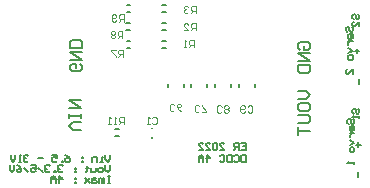
<source format=gbo>
G04*
G04 #@! TF.GenerationSoftware,Altium Limited,Altium Designer,20.0.7 (75)*
G04*
G04 Layer_Color=32896*
%FSLAX44Y44*%
%MOMM*%
G71*
G01*
G75*
%ADD10C,0.2000*%
%ADD14C,0.1270*%
%ADD15C,0.1200*%
D10*
X142500Y122000D02*
X145500D01*
X142500Y128000D02*
X145500D01*
X112500Y122000D02*
X115500D01*
X112500Y128000D02*
X115500D01*
X207250Y88750D02*
Y91250D01*
X220750Y88750D02*
Y91250D01*
X134000Y46250D02*
X134001Y45873D01*
X133999Y54127D02*
X134000Y53750D01*
X102500Y47000D02*
X105500D01*
X102500Y53000D02*
X105500D01*
X142500Y137000D02*
X145500D01*
X142500Y143000D02*
X145500D01*
X142500Y152000D02*
X145500D01*
X142500Y158000D02*
X145500D01*
X112000Y137000D02*
X115000D01*
X112000Y143000D02*
X115000D01*
X112500Y152000D02*
X115500D01*
X112500Y158000D02*
X115500D01*
X187250Y88750D02*
Y91250D01*
X200750Y88750D02*
Y91250D01*
X167250Y88750D02*
Y91250D01*
X180750Y88750D02*
Y91250D01*
X147250Y88750D02*
Y91250D01*
X160750Y88750D02*
Y91250D01*
X257253Y85250D02*
X263918D01*
X267250Y81918D01*
X263918Y78586D01*
X257253D01*
Y70255D02*
Y73587D01*
X258919Y75253D01*
X265584D01*
X267250Y73587D01*
Y70255D01*
X265584Y68589D01*
X258919D01*
X257253Y70255D01*
Y65256D02*
X265584D01*
X267250Y63590D01*
Y60258D01*
X265584Y58592D01*
X257253D01*
Y55260D02*
Y48595D01*
Y51927D01*
X267250D01*
X73997Y52750D02*
X67332D01*
X64000Y56082D01*
X67332Y59415D01*
X73997D01*
Y62747D02*
Y66079D01*
Y64413D01*
X64000D01*
Y62747D01*
Y66079D01*
Y71077D02*
X73997D01*
X64000Y77742D01*
X73997D01*
X259169Y120585D02*
X257503Y122252D01*
Y125584D01*
X259169Y127250D01*
X265834D01*
X267500Y125584D01*
Y122252D01*
X265834Y120585D01*
X262502D01*
Y123918D01*
X267500Y117253D02*
X257503D01*
X267500Y110589D01*
X257503D01*
Y107256D02*
X267500D01*
Y102258D01*
X265834Y100592D01*
X259169D01*
X257503Y102258D01*
Y107256D01*
X72831Y108665D02*
X74497Y106998D01*
Y103666D01*
X72831Y102000D01*
X66166D01*
X64500Y103666D01*
Y106998D01*
X66166Y108665D01*
X69498D01*
Y105332D01*
X64500Y111997D02*
X74497D01*
X64500Y118661D01*
X74497D01*
Y121994D02*
X64500D01*
Y126992D01*
X66166Y128658D01*
X72831D01*
X74497Y126992D01*
Y121994D01*
D14*
X209231Y41764D02*
X213230D01*
Y35766D01*
X209231D01*
X213230Y38765D02*
X211231D01*
X207232Y35766D02*
Y41764D01*
X204233D01*
X203233Y40764D01*
Y38765D01*
X204233Y37765D01*
X207232D01*
X205233D02*
X203233Y35766D01*
X191237D02*
X195236D01*
X191237Y39764D01*
Y40764D01*
X192237Y41764D01*
X194236D01*
X195236Y40764D01*
X189238D02*
X188238Y41764D01*
X186239D01*
X185239Y40764D01*
Y36765D01*
X186239Y35766D01*
X188238D01*
X189238Y36765D01*
Y40764D01*
X179241Y35766D02*
X183240D01*
X179241Y39764D01*
Y40764D01*
X180241Y41764D01*
X182240D01*
X183240Y40764D01*
X173243Y35766D02*
X177242D01*
X173243Y39764D01*
Y40764D01*
X174243Y41764D01*
X176242D01*
X177242Y40764D01*
X213230Y31518D02*
Y25520D01*
X210231D01*
X209231Y26520D01*
Y30518D01*
X210231Y31518D01*
X213230D01*
X203233Y30518D02*
X204233Y31518D01*
X206232D01*
X207232Y30518D01*
Y26520D01*
X206232Y25520D01*
X204233D01*
X203233Y26520D01*
X201234Y31518D02*
Y25520D01*
X198235D01*
X197235Y26520D01*
Y30518D01*
X198235Y31518D01*
X201234D01*
X191237Y30518D02*
X192237Y31518D01*
X194236D01*
X195236Y30518D01*
Y26520D01*
X194236Y25520D01*
X192237D01*
X191237Y26520D01*
X180241Y25520D02*
Y31518D01*
X183240Y28519D01*
X179241D01*
X177242Y25520D02*
Y29519D01*
X175242Y31518D01*
X173243Y29519D01*
Y25520D01*
Y28519D01*
X177242D01*
X98242Y13768D02*
X96243D01*
X97243D01*
Y7770D01*
X98242D01*
X96243D01*
X93244D02*
Y11769D01*
X92244D01*
X91245Y10769D01*
Y7770D01*
Y10769D01*
X90245Y11769D01*
X89245Y10769D01*
Y7770D01*
X86246Y11769D02*
X84247D01*
X83247Y10769D01*
Y7770D01*
X86246D01*
X87246Y8770D01*
X86246Y9769D01*
X83247D01*
X81248Y11769D02*
X77249Y7770D01*
X79249Y9769D01*
X77249Y11769D01*
X81248Y7770D01*
X69252Y11769D02*
X68252D01*
Y10769D01*
X69252D01*
Y11769D01*
Y8770D02*
X68252D01*
Y7770D01*
X69252D01*
Y8770D01*
X55256Y7770D02*
Y13768D01*
X58255Y10769D01*
X54257D01*
X52257Y7770D02*
Y11769D01*
X50258Y13768D01*
X48259Y11769D01*
Y7770D01*
Y10769D01*
X52257D01*
X98242Y22643D02*
Y18644D01*
X96243Y16645D01*
X94244Y18644D01*
Y22643D01*
X91245Y16645D02*
X89245D01*
X88246Y17645D01*
Y19644D01*
X89245Y20644D01*
X91245D01*
X92244Y19644D01*
Y17645D01*
X91245Y16645D01*
X86246Y20644D02*
Y17645D01*
X85247Y16645D01*
X82248D01*
Y20644D01*
X79249Y21643D02*
Y20644D01*
X80248D01*
X78249D01*
X79249D01*
Y17645D01*
X78249Y16645D01*
X69252Y20644D02*
X68252D01*
Y19644D01*
X69252D01*
Y20644D01*
Y17645D02*
X68252D01*
Y16645D01*
X69252D01*
Y17645D01*
X58255Y21643D02*
X57256Y22643D01*
X55256D01*
X54257Y21643D01*
Y20644D01*
X55256Y19644D01*
X56256D01*
X55256D01*
X54257Y18644D01*
Y17645D01*
X55256Y16645D01*
X57256D01*
X58255Y17645D01*
X52257Y16645D02*
Y17645D01*
X51258D01*
Y16645D01*
X52257D01*
X47259Y21643D02*
X46259Y22643D01*
X44260D01*
X43260Y21643D01*
Y20644D01*
X44260Y19644D01*
X45260D01*
X44260D01*
X43260Y18644D01*
Y17645D01*
X44260Y16645D01*
X46259D01*
X47259Y17645D01*
X41261Y16645D02*
X37262Y20644D01*
X31264Y22643D02*
X35263D01*
Y19644D01*
X33263Y20644D01*
X32264D01*
X31264Y19644D01*
Y17645D01*
X32264Y16645D01*
X34263D01*
X35263Y17645D01*
X29265Y16645D02*
X25266Y20644D01*
X19268Y22643D02*
X21267Y21643D01*
X23267Y19644D01*
Y17645D01*
X22267Y16645D01*
X20268D01*
X19268Y17645D01*
Y18644D01*
X20268Y19644D01*
X23267D01*
X17269Y22643D02*
Y18644D01*
X15269Y16645D01*
X13270Y18644D01*
Y22643D01*
X98242Y31518D02*
Y27519D01*
X96243Y25520D01*
X94244Y27519D01*
Y31518D01*
X92244Y25520D02*
X90245D01*
X91245D01*
Y29519D01*
X92244D01*
X87246Y25520D02*
Y29519D01*
X84247D01*
X83247Y28519D01*
Y25520D01*
X75250Y29519D02*
X74250D01*
Y28519D01*
X75250D01*
Y29519D01*
Y26520D02*
X74250D01*
Y25520D01*
X75250D01*
Y26520D01*
X60255Y31518D02*
X62254Y30518D01*
X64254Y28519D01*
Y26520D01*
X63254Y25520D01*
X61254D01*
X60255Y26520D01*
Y27519D01*
X61254Y28519D01*
X64254D01*
X58255Y25520D02*
Y26520D01*
X57256D01*
Y25520D01*
X58255D01*
X49258Y31518D02*
X53257D01*
Y28519D01*
X51258Y29519D01*
X50258D01*
X49258Y28519D01*
Y26520D01*
X50258Y25520D01*
X52257D01*
X53257Y26520D01*
X41261Y28519D02*
X37262D01*
X29265Y30518D02*
X28265Y31518D01*
X26266D01*
X25266Y30518D01*
Y29519D01*
X26266Y28519D01*
X27266D01*
X26266D01*
X25266Y27519D01*
Y26520D01*
X26266Y25520D01*
X28265D01*
X29265Y26520D01*
X23267Y25520D02*
X21267D01*
X22267D01*
Y31518D01*
X23267Y30518D01*
X18268Y31518D02*
Y27519D01*
X16269Y25520D01*
X14270Y27519D01*
Y31518D01*
X304482Y146268D02*
X303482Y147268D01*
Y149267D01*
X304482Y150267D01*
X305481D01*
X306481Y149267D01*
Y147268D01*
X307481Y146268D01*
X308480D01*
X309480Y147268D01*
Y149267D01*
X308480Y150267D01*
X309480Y140270D02*
Y144269D01*
X305481Y140270D01*
X304482D01*
X303482Y141270D01*
Y143269D01*
X304482Y144269D01*
X307481Y117270D02*
Y121269D01*
X305481Y119269D02*
X309480D01*
X308980Y91270D02*
Y95269D01*
X308230Y12770D02*
Y16769D01*
X304482Y66269D02*
X303482Y67268D01*
Y69268D01*
X304482Y70267D01*
X305481D01*
X306481Y69268D01*
Y67268D01*
X307481Y66269D01*
X308480D01*
X309480Y67268D01*
Y69268D01*
X308480Y70267D01*
X309480Y64269D02*
Y62270D01*
Y63270D01*
X303482D01*
X304482Y64269D01*
X308481Y38020D02*
Y42019D01*
X306481Y40019D02*
X310480D01*
X298982Y135731D02*
X297982Y136731D01*
Y138730D01*
X298982Y139730D01*
X299981D01*
X300981Y138730D01*
Y136731D01*
X301981Y135731D01*
X302980D01*
X303980Y136731D01*
Y138730D01*
X302980Y139730D01*
X303980Y130733D02*
Y132732D01*
X302980Y133732D01*
X300981D01*
X299981Y132732D01*
Y130733D01*
X300981Y129733D01*
X301981D01*
Y133732D01*
X299981Y127734D02*
X303980D01*
X301981D01*
X300981Y126734D01*
X299981Y125735D01*
Y124735D01*
Y121736D02*
X303980Y119736D01*
X299981Y117737D01*
X303980Y114738D02*
Y112739D01*
X302980Y111739D01*
X300981D01*
X299981Y112739D01*
Y114738D01*
X300981Y115738D01*
X302980D01*
X303980Y114738D01*
Y99743D02*
Y103742D01*
X299981Y99743D01*
X298982D01*
X297982Y100743D01*
Y102742D01*
X298982Y103742D01*
X300232Y57731D02*
X299232Y58731D01*
Y60730D01*
X300232Y61730D01*
X301231D01*
X302231Y60730D01*
Y58731D01*
X303231Y57731D01*
X304230D01*
X305230Y58731D01*
Y60730D01*
X304230Y61730D01*
X305230Y52733D02*
Y54732D01*
X304230Y55732D01*
X302231D01*
X301231Y54732D01*
Y52733D01*
X302231Y51733D01*
X303231D01*
Y55732D01*
X301231Y49734D02*
X305230D01*
X303231D01*
X302231Y48734D01*
X301231Y47734D01*
Y46735D01*
Y43736D02*
X305230Y41736D01*
X301231Y39737D01*
X305230Y36738D02*
Y34739D01*
X304230Y33739D01*
X302231D01*
X301231Y34739D01*
Y36738D01*
X302231Y37738D01*
X304230D01*
X305230Y36738D01*
Y25742D02*
Y23742D01*
Y24742D01*
X299232D01*
X300232Y25742D01*
D15*
X109748Y57501D02*
Y63499D01*
X106749D01*
X105749Y62499D01*
Y60500D01*
X106749Y59500D01*
X109748D01*
X107748D02*
X105749Y57501D01*
X103750D02*
X101750D01*
X102750D01*
Y63499D01*
X103750Y62499D01*
X98751Y57501D02*
X96752D01*
X97752D01*
Y63499D01*
X98751Y62499D01*
X109748Y144251D02*
Y150249D01*
X106749D01*
X105750Y149249D01*
Y147250D01*
X106749Y146250D01*
X109748D01*
X107749D02*
X105750Y144251D01*
X103750Y145251D02*
X102751Y144251D01*
X100751D01*
X99752Y145251D01*
Y149249D01*
X100751Y150249D01*
X102751D01*
X103750Y149249D01*
Y148250D01*
X102751Y147250D01*
X99752D01*
X108748Y130251D02*
Y136249D01*
X105749D01*
X104750Y135249D01*
Y133250D01*
X105749Y132250D01*
X108748D01*
X106749D02*
X104750Y130251D01*
X102750Y135249D02*
X101751Y136249D01*
X99751D01*
X98752Y135249D01*
Y134250D01*
X99751Y133250D01*
X98752Y132250D01*
Y131251D01*
X99751Y130251D01*
X101751D01*
X102750Y131251D01*
Y132250D01*
X101751Y133250D01*
X102750Y134250D01*
Y135249D01*
X101751Y133250D02*
X99751D01*
X109248Y114501D02*
Y120499D01*
X106249D01*
X105250Y119499D01*
Y117500D01*
X106249Y116500D01*
X109248D01*
X107249D02*
X105250Y114501D01*
X103250Y120499D02*
X99252D01*
Y119499D01*
X103250Y115501D01*
Y114501D01*
X170748Y151501D02*
Y157499D01*
X167749D01*
X166750Y156499D01*
Y154500D01*
X167749Y153500D01*
X170748D01*
X168749D02*
X166750Y151501D01*
X164750Y156499D02*
X163751Y157499D01*
X161751D01*
X160752Y156499D01*
Y155500D01*
X161751Y154500D01*
X162751D01*
X161751D01*
X160752Y153500D01*
Y152501D01*
X161751Y151501D01*
X163751D01*
X164750Y152501D01*
X170748Y136751D02*
Y142749D01*
X167749D01*
X166750Y141749D01*
Y139750D01*
X167749Y138750D01*
X170748D01*
X168749D02*
X166750Y136751D01*
X160752D02*
X164750D01*
X160752Y140750D01*
Y141749D01*
X161751Y142749D01*
X163751D01*
X164750Y141749D01*
X168999Y122501D02*
Y128499D01*
X166000D01*
X165000Y127499D01*
Y125500D01*
X166000Y124500D01*
X168999D01*
X166999D02*
X165000Y122501D01*
X163001D02*
X161001D01*
X162001D01*
Y128499D01*
X163001Y127499D01*
X214750Y72249D02*
X215749Y73249D01*
X217749D01*
X218748Y72249D01*
Y68251D01*
X217749Y67251D01*
X215749D01*
X214750Y68251D01*
X212750D02*
X211751Y67251D01*
X209751D01*
X208752Y68251D01*
Y72249D01*
X209751Y73249D01*
X211751D01*
X212750Y72249D01*
Y71250D01*
X211751Y70250D01*
X208752D01*
X192750Y68251D02*
X191751Y67251D01*
X189751D01*
X188752Y68251D01*
Y72249D01*
X189751Y73249D01*
X191751D01*
X192750Y72249D01*
X194750Y68251D02*
X195749Y67251D01*
X197749D01*
X198748Y68251D01*
Y69250D01*
X197749Y70250D01*
X198748Y71250D01*
Y72249D01*
X197749Y73249D01*
X195749D01*
X194750Y72249D01*
Y71250D01*
X195749Y70250D01*
X194750Y69250D01*
Y68251D01*
X195749Y70250D02*
X197749D01*
X174000Y68751D02*
X173001Y67751D01*
X171001D01*
X170002Y68751D01*
Y72749D01*
X171001Y73749D01*
X173001D01*
X174000Y72749D01*
X176000Y67751D02*
X179998D01*
Y68751D01*
X176000Y72749D01*
Y73749D01*
X152750Y69501D02*
X151751Y68501D01*
X149751D01*
X148752Y69501D01*
Y73499D01*
X149751Y74499D01*
X151751D01*
X152750Y73499D01*
X158748Y68501D02*
X156749Y69501D01*
X154750Y71500D01*
Y73499D01*
X155749Y74499D01*
X157749D01*
X158748Y73499D01*
Y72500D01*
X157749Y71500D01*
X154750D01*
X133750Y62499D02*
X134750Y63499D01*
X136749D01*
X137749Y62499D01*
Y58501D01*
X136749Y57501D01*
X134750D01*
X133750Y58501D01*
X131751Y57501D02*
X129751D01*
X130751D01*
Y63499D01*
X131751Y62499D01*
M02*

</source>
